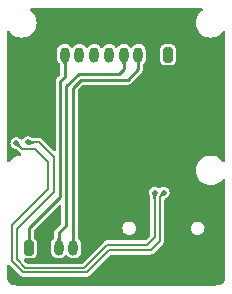
<source format=gbr>
%TF.GenerationSoftware,KiCad,Pcbnew,(6.0.0)*%
%TF.CreationDate,2022-02-06T18:38:23+08:00*%
%TF.ProjectId,FurutaPendulum_Power_Board,46757275-7461-4506-956e-64756c756d5f,rev?*%
%TF.SameCoordinates,Original*%
%TF.FileFunction,Copper,L4,Bot*%
%TF.FilePolarity,Positive*%
%FSLAX46Y46*%
G04 Gerber Fmt 4.6, Leading zero omitted, Abs format (unit mm)*
G04 Created by KiCad (PCBNEW (6.0.0)) date 2022-02-06 18:38:23*
%MOMM*%
%LPD*%
G01*
G04 APERTURE LIST*
G04 Aperture macros list*
%AMRoundRect*
0 Rectangle with rounded corners*
0 $1 Rounding radius*
0 $2 $3 $4 $5 $6 $7 $8 $9 X,Y pos of 4 corners*
0 Add a 4 corners polygon primitive as box body*
4,1,4,$2,$3,$4,$5,$6,$7,$8,$9,$2,$3,0*
0 Add four circle primitives for the rounded corners*
1,1,$1+$1,$2,$3*
1,1,$1+$1,$4,$5*
1,1,$1+$1,$6,$7*
1,1,$1+$1,$8,$9*
0 Add four rect primitives between the rounded corners*
20,1,$1+$1,$2,$3,$4,$5,0*
20,1,$1+$1,$4,$5,$6,$7,0*
20,1,$1+$1,$6,$7,$8,$9,0*
20,1,$1+$1,$8,$9,$2,$3,0*%
G04 Aperture macros list end*
%TA.AperFunction,ComponentPad*%
%ADD10RoundRect,0.200000X0.200000X0.450000X-0.200000X0.450000X-0.200000X-0.450000X0.200000X-0.450000X0*%
%TD*%
%TA.AperFunction,ComponentPad*%
%ADD11O,0.800000X1.300000*%
%TD*%
%TA.AperFunction,ComponentPad*%
%ADD12RoundRect,0.200000X-0.200000X-0.450000X0.200000X-0.450000X0.200000X0.450000X-0.200000X0.450000X0*%
%TD*%
%TA.AperFunction,ComponentPad*%
%ADD13O,1.000000X2.100000*%
%TD*%
%TA.AperFunction,ComponentPad*%
%ADD14O,1.000000X1.600000*%
%TD*%
%TA.AperFunction,ViaPad*%
%ADD15C,0.500000*%
%TD*%
%TA.AperFunction,Conductor*%
%ADD16C,0.200000*%
%TD*%
%TA.AperFunction,Conductor*%
%ADD17C,0.250000*%
%TD*%
G04 APERTURE END LIST*
D10*
%TO.P,J2,1,Pin_1*%
%TO.N,+12V*%
X104375000Y-97200000D03*
D11*
%TO.P,J2,2,Pin_2*%
%TO.N,GND*%
X103125000Y-97200000D03*
%TO.P,J2,3,Pin_3*%
%TO.N,SWDIO*%
X101875000Y-97200000D03*
%TO.P,J2,4,Pin_4*%
%TO.N,SWCLK*%
X100625000Y-97200000D03*
%TO.P,J2,5,Pin_5*%
%TO.N,USART_TX*%
X99375000Y-97200000D03*
%TO.P,J2,6,Pin_6*%
%TO.N,USART_RX*%
X98125000Y-97200000D03*
%TO.P,J2,7,Pin_7*%
%TO.N,Button*%
X96875000Y-97200000D03*
%TO.P,J2,8,Pin_8*%
%TO.N,+3V3*%
X95625000Y-97200000D03*
%TD*%
D12*
%TO.P,J3,1,Pin_1*%
%TO.N,+3V3*%
X92625000Y-113550000D03*
D11*
%TO.P,J3,2,Pin_2*%
%TO.N,GND*%
X93875000Y-113550000D03*
%TO.P,J3,3,Pin_3*%
%TO.N,SWCLK*%
X95125000Y-113550000D03*
%TO.P,J3,4,Pin_4*%
%TO.N,SWDIO*%
X96375000Y-113550000D03*
%TD*%
D13*
%TO.P,J1,S1,SHIELD*%
%TO.N,GND*%
X108320000Y-111370000D03*
D14*
X99680000Y-115550000D03*
X108320000Y-115550000D03*
D13*
X99680000Y-111370000D03*
%TD*%
D15*
%TO.N,D+*%
X104010000Y-108890000D03*
X91540000Y-104690000D03*
%TO.N,D-*%
X92530000Y-104630011D03*
X103250741Y-108894086D03*
%TO.N,GND*%
X93720000Y-97370000D03*
X104725000Y-105125000D03*
X98400000Y-110350000D03*
X98400000Y-111225000D03*
X97650000Y-111225000D03*
X97650000Y-110350000D03*
X92520000Y-101850000D03*
X100975000Y-104200000D03*
X99725000Y-104200000D03*
X107250000Y-102610000D03*
%TD*%
D16*
%TO.N,D+*%
X91540000Y-104690000D02*
X92029511Y-105179511D01*
X103720000Y-109180000D02*
X104010000Y-108890000D01*
X102920000Y-113770000D02*
X103720000Y-112970000D01*
X93129511Y-105179511D02*
X94230000Y-106280000D01*
X91160480Y-114690480D02*
X92110000Y-115640000D01*
X99400000Y-113770000D02*
X102920000Y-113770000D01*
X91160480Y-111609520D02*
X91160480Y-114690480D01*
X94230000Y-106280000D02*
X94230000Y-108540000D01*
X92110000Y-115640000D02*
X97530000Y-115640000D01*
X103720000Y-112970000D02*
X103720000Y-109180000D01*
X97530000Y-115640000D02*
X99400000Y-113770000D01*
X94230000Y-108540000D02*
X91160480Y-111609520D01*
X92029511Y-105179511D02*
X93129511Y-105179511D01*
%TO.N,D-*%
X103250000Y-108894827D02*
X103250741Y-108894086D01*
X102600000Y-113280000D02*
X103250000Y-112630000D01*
X92530000Y-104630011D02*
X93490011Y-104630011D01*
X91560000Y-114520000D02*
X92280480Y-115240480D01*
X93490011Y-104630011D02*
X94700480Y-105840480D01*
X94700480Y-108859520D02*
X91560000Y-112000000D01*
X97259520Y-115240480D02*
X99220000Y-113280000D01*
X94700480Y-105840480D02*
X94700480Y-108859520D01*
X99220000Y-113280000D02*
X102600000Y-113280000D01*
X91560000Y-112000000D02*
X91560000Y-114520000D01*
X92280480Y-115240480D02*
X97259520Y-115240480D01*
X103250000Y-112630000D02*
X103250000Y-108894827D01*
D17*
%TO.N,+3V3*%
X95625000Y-97200000D02*
X95625000Y-99065000D01*
X92625000Y-111885000D02*
X92625000Y-113550000D01*
X95280000Y-109230000D02*
X92625000Y-111885000D01*
X95625000Y-99065000D02*
X95280000Y-99410000D01*
X95280000Y-99410000D02*
X95280000Y-109230000D01*
%TO.N,SWCLK*%
X100625000Y-98385000D02*
X100625000Y-97200000D01*
X95125000Y-112265000D02*
X95740000Y-111650000D01*
X100210000Y-98800000D02*
X100625000Y-98385000D01*
X95740000Y-111650000D02*
X95740000Y-99880000D01*
X96820000Y-98800000D02*
X100210000Y-98800000D01*
X95740000Y-99880000D02*
X96820000Y-98800000D01*
X95125000Y-113550000D02*
X95125000Y-112265000D01*
%TO.N,SWDIO*%
X101875000Y-98455000D02*
X101875000Y-97200000D01*
X96375000Y-113550000D02*
X96375000Y-100005000D01*
X100970000Y-99360000D02*
X101875000Y-98455000D01*
X96375000Y-100005000D02*
X97020000Y-99360000D01*
X97020000Y-99360000D02*
X100970000Y-99360000D01*
%TD*%
%TA.AperFunction,Conductor*%
%TO.N,SWDIO*%
G36*
X96496988Y-112763427D02*
G01*
X96500407Y-112771278D01*
X96503266Y-112850461D01*
X96512658Y-112926222D01*
X96527564Y-112990389D01*
X96547374Y-113046064D01*
X96571476Y-113096352D01*
X96599261Y-113144359D01*
X96599304Y-113144427D01*
X96599310Y-113144437D01*
X96630116Y-113193187D01*
X96630118Y-113193190D01*
X96663320Y-113245763D01*
X96663513Y-113246078D01*
X96698443Y-113305465D01*
X96698736Y-113305994D01*
X96731119Y-113368191D01*
X96731900Y-113377112D01*
X96729175Y-113381702D01*
X96383433Y-113741231D01*
X96375229Y-113744819D01*
X96366567Y-113741231D01*
X96020826Y-113381703D01*
X96017561Y-113373364D01*
X96018881Y-113368190D01*
X96051263Y-113305994D01*
X96051556Y-113305465D01*
X96086486Y-113246078D01*
X96086679Y-113245763D01*
X96119881Y-113193190D01*
X96119884Y-113193188D01*
X96119883Y-113193187D01*
X96150689Y-113144437D01*
X96150695Y-113144427D01*
X96150738Y-113144359D01*
X96178523Y-113096352D01*
X96202625Y-113046064D01*
X96222435Y-112990389D01*
X96237341Y-112926222D01*
X96246733Y-112850461D01*
X96249593Y-112771278D01*
X96253316Y-112763134D01*
X96261285Y-112760000D01*
X96488715Y-112760000D01*
X96496988Y-112763427D01*
G37*
%TD.AperFunction*%
%TD*%
%TA.AperFunction,Conductor*%
%TO.N,D-*%
G36*
X92646384Y-104408770D02*
G01*
X92680633Y-104426139D01*
X92680894Y-104426276D01*
X92717095Y-104445978D01*
X92749695Y-104464129D01*
X92780311Y-104480474D01*
X92810688Y-104494822D01*
X92842569Y-104506986D01*
X92860610Y-104512014D01*
X92877434Y-104516703D01*
X92877440Y-104516704D01*
X92877697Y-104516776D01*
X92917815Y-104524002D01*
X92944500Y-104526551D01*
X92964488Y-104528460D01*
X92964494Y-104528460D01*
X92964668Y-104528477D01*
X92964837Y-104528482D01*
X92964842Y-104528482D01*
X93008624Y-104529696D01*
X93016799Y-104533351D01*
X93020000Y-104541392D01*
X93020000Y-104718630D01*
X93016573Y-104726903D01*
X93008624Y-104730326D01*
X92964842Y-104731539D01*
X92964837Y-104731539D01*
X92964668Y-104731544D01*
X92964494Y-104731561D01*
X92964488Y-104731561D01*
X92944500Y-104733470D01*
X92917815Y-104736019D01*
X92877697Y-104743245D01*
X92877440Y-104743317D01*
X92877434Y-104743318D01*
X92860610Y-104748007D01*
X92842569Y-104753035D01*
X92810688Y-104765199D01*
X92780311Y-104779547D01*
X92749695Y-104795892D01*
X92717095Y-104814043D01*
X92680894Y-104833745D01*
X92680633Y-104833882D01*
X92663960Y-104842338D01*
X92646383Y-104851252D01*
X92637454Y-104851937D01*
X92632981Y-104849250D01*
X92616929Y-104833813D01*
X92413769Y-104638444D01*
X92410181Y-104630240D01*
X92413769Y-104621578D01*
X92632982Y-104410772D01*
X92641321Y-104407507D01*
X92646384Y-104408770D01*
G37*
%TD.AperFunction*%
%TD*%
%TA.AperFunction,Conductor*%
%TO.N,GND*%
G36*
X107261690Y-93274002D02*
G01*
X107308183Y-93327658D01*
X107318287Y-93397932D01*
X107288793Y-93462512D01*
X107265840Y-93483213D01*
X107195376Y-93532552D01*
X107195373Y-93532554D01*
X107190865Y-93535711D01*
X107035711Y-93690865D01*
X107032554Y-93695373D01*
X107032552Y-93695376D01*
X106938638Y-93829500D01*
X106909856Y-93870605D01*
X106907533Y-93875587D01*
X106907530Y-93875592D01*
X106819447Y-94064486D01*
X106817124Y-94069468D01*
X106760334Y-94281413D01*
X106742121Y-94489584D01*
X106741210Y-94500000D01*
X106760334Y-94718587D01*
X106817124Y-94930532D01*
X106819446Y-94935512D01*
X106819447Y-94935514D01*
X106907530Y-95124408D01*
X106907533Y-95124413D01*
X106909856Y-95129395D01*
X106913012Y-95133902D01*
X106913013Y-95133904D01*
X106991389Y-95245836D01*
X107035711Y-95309135D01*
X107190865Y-95464289D01*
X107195373Y-95467446D01*
X107195376Y-95467448D01*
X107366096Y-95586987D01*
X107370605Y-95590144D01*
X107375587Y-95592467D01*
X107375592Y-95592470D01*
X107564486Y-95680553D01*
X107569468Y-95682876D01*
X107574776Y-95684298D01*
X107574778Y-95684299D01*
X107776098Y-95738242D01*
X107776100Y-95738242D01*
X107781413Y-95739666D01*
X108000000Y-95758790D01*
X108218587Y-95739666D01*
X108223900Y-95738242D01*
X108223902Y-95738242D01*
X108425222Y-95684299D01*
X108425224Y-95684298D01*
X108430532Y-95682876D01*
X108435514Y-95680553D01*
X108624408Y-95592470D01*
X108624413Y-95592467D01*
X108629395Y-95590144D01*
X108633904Y-95586987D01*
X108804624Y-95467448D01*
X108804627Y-95467446D01*
X108809135Y-95464289D01*
X108964289Y-95309135D01*
X109016787Y-95234160D01*
X109072244Y-95189832D01*
X109142863Y-95182523D01*
X109206224Y-95214554D01*
X109242209Y-95275755D01*
X109246000Y-95306431D01*
X109246000Y-106193569D01*
X109225998Y-106261690D01*
X109172342Y-106308183D01*
X109102068Y-106318287D01*
X109037488Y-106288793D01*
X109016787Y-106265840D01*
X108967448Y-106195376D01*
X108967446Y-106195373D01*
X108964289Y-106190865D01*
X108809135Y-106035711D01*
X108804627Y-106032554D01*
X108804624Y-106032552D01*
X108633904Y-105913013D01*
X108633902Y-105913012D01*
X108629395Y-105909856D01*
X108624413Y-105907533D01*
X108624408Y-105907530D01*
X108435514Y-105819447D01*
X108435512Y-105819446D01*
X108430532Y-105817124D01*
X108425224Y-105815702D01*
X108425222Y-105815701D01*
X108223902Y-105761758D01*
X108223900Y-105761758D01*
X108218587Y-105760334D01*
X108000000Y-105741210D01*
X107781413Y-105760334D01*
X107776100Y-105761758D01*
X107776098Y-105761758D01*
X107574778Y-105815701D01*
X107574776Y-105815702D01*
X107569468Y-105817124D01*
X107564488Y-105819446D01*
X107564486Y-105819447D01*
X107375592Y-105907530D01*
X107375587Y-105907533D01*
X107370605Y-105909856D01*
X107366098Y-105913012D01*
X107366096Y-105913013D01*
X107195376Y-106032552D01*
X107195373Y-106032554D01*
X107190865Y-106035711D01*
X107035711Y-106190865D01*
X107032554Y-106195373D01*
X107032552Y-106195376D01*
X106938638Y-106329500D01*
X106909856Y-106370605D01*
X106907533Y-106375587D01*
X106907530Y-106375592D01*
X106819447Y-106564486D01*
X106817124Y-106569468D01*
X106760334Y-106781413D01*
X106742121Y-106989584D01*
X106741210Y-107000000D01*
X106760334Y-107218587D01*
X106817124Y-107430532D01*
X106819446Y-107435512D01*
X106819447Y-107435514D01*
X106907530Y-107624408D01*
X106907533Y-107624413D01*
X106909856Y-107629395D01*
X106913012Y-107633902D01*
X106913013Y-107633904D01*
X106991389Y-107745836D01*
X107035711Y-107809135D01*
X107190865Y-107964289D01*
X107195373Y-107967446D01*
X107195376Y-107967448D01*
X107366096Y-108086987D01*
X107370605Y-108090144D01*
X107375587Y-108092467D01*
X107375592Y-108092470D01*
X107564486Y-108180553D01*
X107569468Y-108182876D01*
X107574776Y-108184298D01*
X107574778Y-108184299D01*
X107776098Y-108238242D01*
X107776100Y-108238242D01*
X107781413Y-108239666D01*
X108000000Y-108258790D01*
X108218587Y-108239666D01*
X108223900Y-108238242D01*
X108223902Y-108238242D01*
X108425222Y-108184299D01*
X108425224Y-108184298D01*
X108430532Y-108182876D01*
X108435514Y-108180553D01*
X108624408Y-108092470D01*
X108624413Y-108092467D01*
X108629395Y-108090144D01*
X108633904Y-108086987D01*
X108804624Y-107967448D01*
X108804627Y-107967446D01*
X108809135Y-107964289D01*
X108964289Y-107809135D01*
X109016787Y-107734160D01*
X109072244Y-107689832D01*
X109142863Y-107682523D01*
X109206224Y-107714554D01*
X109242209Y-107775755D01*
X109246000Y-107806431D01*
X109246000Y-115962575D01*
X109243579Y-115987153D01*
X109241024Y-116000000D01*
X109243445Y-116012172D01*
X109243445Y-116019754D01*
X109242838Y-116032104D01*
X109232882Y-116133188D01*
X109228065Y-116157408D01*
X109192813Y-116273617D01*
X109183369Y-116296418D01*
X109126124Y-116403517D01*
X109112406Y-116424047D01*
X109035374Y-116517909D01*
X109017909Y-116535374D01*
X108924047Y-116612406D01*
X108903517Y-116626124D01*
X108796418Y-116683369D01*
X108773617Y-116692813D01*
X108657408Y-116728065D01*
X108633188Y-116732882D01*
X108532104Y-116742838D01*
X108519754Y-116743445D01*
X108512172Y-116743445D01*
X108500000Y-116741024D01*
X108487153Y-116743579D01*
X108462575Y-116746000D01*
X91537425Y-116746000D01*
X91512847Y-116743579D01*
X91500000Y-116741024D01*
X91487828Y-116743445D01*
X91480246Y-116743445D01*
X91467896Y-116742838D01*
X91366812Y-116732882D01*
X91342592Y-116728065D01*
X91226383Y-116692813D01*
X91203582Y-116683369D01*
X91096483Y-116626124D01*
X91075953Y-116612406D01*
X90982091Y-116535374D01*
X90964626Y-116517909D01*
X90887594Y-116424047D01*
X90873876Y-116403517D01*
X90816631Y-116296418D01*
X90807187Y-116273617D01*
X90771935Y-116157408D01*
X90767118Y-116133188D01*
X90757162Y-116032104D01*
X90756555Y-116019754D01*
X90756555Y-116012172D01*
X90758976Y-116000000D01*
X90756421Y-115987153D01*
X90754000Y-115962575D01*
X90754000Y-115089530D01*
X90774002Y-115021409D01*
X90827658Y-114974916D01*
X90897932Y-114964812D01*
X90962512Y-114994306D01*
X90969095Y-115000434D01*
X91823084Y-115854422D01*
X91835586Y-115869902D01*
X91838525Y-115873132D01*
X91844175Y-115881882D01*
X91868438Y-115901009D01*
X91872433Y-115904559D01*
X91872517Y-115904460D01*
X91876480Y-115907818D01*
X91880156Y-115911494D01*
X91884385Y-115914517D01*
X91884386Y-115914517D01*
X91894652Y-115921854D01*
X91899395Y-115925415D01*
X91928675Y-115948497D01*
X91928679Y-115948499D01*
X91936857Y-115954946D01*
X91944925Y-115957779D01*
X91951885Y-115962753D01*
X91961863Y-115965737D01*
X91997586Y-115976420D01*
X92003235Y-115978256D01*
X92048208Y-115994050D01*
X92053404Y-115994500D01*
X92056109Y-115994500D01*
X92058365Y-115994597D01*
X92058841Y-115994740D01*
X92058839Y-115994786D01*
X92059038Y-115994799D01*
X92064955Y-115996568D01*
X92115124Y-115994597D01*
X92120070Y-115994500D01*
X97478743Y-115994500D01*
X97498537Y-115996606D01*
X97502890Y-115996811D01*
X97513070Y-115999003D01*
X97543740Y-115995373D01*
X97549083Y-115995058D01*
X97549072Y-115994928D01*
X97554252Y-115994500D01*
X97559451Y-115994500D01*
X97564575Y-115993647D01*
X97564588Y-115993646D01*
X97577041Y-115991573D01*
X97582916Y-115990736D01*
X97619929Y-115986355D01*
X97630270Y-115985131D01*
X97637978Y-115981430D01*
X97646417Y-115980025D01*
X97688401Y-115957371D01*
X97693664Y-115954690D01*
X97706561Y-115948497D01*
X97736658Y-115934045D01*
X97740650Y-115930689D01*
X97742597Y-115928742D01*
X97744222Y-115927252D01*
X97744654Y-115927019D01*
X97744687Y-115927055D01*
X97744845Y-115926916D01*
X97750280Y-115923983D01*
X97768236Y-115904559D01*
X97784357Y-115887119D01*
X97787786Y-115883553D01*
X99509934Y-114161405D01*
X99572246Y-114127379D01*
X99599029Y-114124500D01*
X102868743Y-114124500D01*
X102888537Y-114126606D01*
X102892890Y-114126811D01*
X102903070Y-114129003D01*
X102933740Y-114125373D01*
X102939083Y-114125058D01*
X102939072Y-114124928D01*
X102944252Y-114124500D01*
X102949451Y-114124500D01*
X102954575Y-114123647D01*
X102954588Y-114123646D01*
X102967041Y-114121573D01*
X102972916Y-114120736D01*
X103009929Y-114116355D01*
X103020270Y-114115131D01*
X103027978Y-114111430D01*
X103036417Y-114110025D01*
X103078401Y-114087371D01*
X103083664Y-114084690D01*
X103096592Y-114078482D01*
X103126658Y-114064045D01*
X103130650Y-114060689D01*
X103132597Y-114058742D01*
X103134222Y-114057252D01*
X103134654Y-114057019D01*
X103134687Y-114057055D01*
X103134845Y-114056916D01*
X103140280Y-114053983D01*
X103174345Y-114017132D01*
X103177773Y-114013566D01*
X103934422Y-113256916D01*
X103949902Y-113244414D01*
X103953132Y-113241475D01*
X103961882Y-113235825D01*
X103981009Y-113211562D01*
X103984559Y-113207567D01*
X103984460Y-113207483D01*
X103987818Y-113203520D01*
X103991494Y-113199844D01*
X103994517Y-113195614D01*
X104001854Y-113185348D01*
X104005415Y-113180605D01*
X104028497Y-113151325D01*
X104028499Y-113151321D01*
X104034946Y-113143143D01*
X104037779Y-113135075D01*
X104042753Y-113128115D01*
X104056420Y-113082414D01*
X104058256Y-113076765D01*
X104068128Y-113048654D01*
X104074050Y-113031792D01*
X104074500Y-113026596D01*
X104074500Y-113023891D01*
X104074597Y-113021635D01*
X104074740Y-113021159D01*
X104074786Y-113021161D01*
X104074799Y-113020962D01*
X104076568Y-113015045D01*
X104074597Y-112964876D01*
X104074500Y-112959930D01*
X104074500Y-111900000D01*
X106305500Y-111900000D01*
X106306578Y-111908188D01*
X106322123Y-112026263D01*
X106325416Y-112051280D01*
X106383808Y-112192250D01*
X106476696Y-112313304D01*
X106597750Y-112406192D01*
X106738720Y-112464584D01*
X106746908Y-112465662D01*
X106813160Y-112474384D01*
X106852020Y-112479500D01*
X106927980Y-112479500D01*
X106966841Y-112474384D01*
X107033092Y-112465662D01*
X107041280Y-112464584D01*
X107182250Y-112406192D01*
X107303304Y-112313304D01*
X107396192Y-112192250D01*
X107454584Y-112051280D01*
X107457878Y-112026263D01*
X107473422Y-111908188D01*
X107474500Y-111900000D01*
X107454584Y-111748720D01*
X107396192Y-111607750D01*
X107303304Y-111486696D01*
X107182250Y-111393808D01*
X107041280Y-111335416D01*
X106927980Y-111320500D01*
X106852020Y-111320500D01*
X106738720Y-111335416D01*
X106597750Y-111393808D01*
X106476696Y-111486696D01*
X106383808Y-111607750D01*
X106325416Y-111748720D01*
X106305500Y-111900000D01*
X104074500Y-111900000D01*
X104074500Y-109491618D01*
X104094502Y-109423497D01*
X104148158Y-109377004D01*
X104167358Y-109370055D01*
X104203763Y-109360130D01*
X104203765Y-109360129D01*
X104212422Y-109357769D01*
X104335572Y-109282154D01*
X104343060Y-109273882D01*
X104406597Y-109203687D01*
X104432551Y-109175014D01*
X104495560Y-109044962D01*
X104519536Y-108902453D01*
X104519688Y-108890000D01*
X104499201Y-108746948D01*
X104439388Y-108615395D01*
X104433530Y-108608596D01*
X104433527Y-108608592D01*
X104350916Y-108512718D01*
X104350913Y-108512716D01*
X104345056Y-108505918D01*
X104284423Y-108466618D01*
X104231324Y-108432200D01*
X104231322Y-108432199D01*
X104223790Y-108427317D01*
X104162851Y-108409092D01*
X104093938Y-108388482D01*
X104093936Y-108388482D01*
X104085337Y-108385910D01*
X104076363Y-108385855D01*
X104076361Y-108385855D01*
X104013082Y-108385469D01*
X103940827Y-108385028D01*
X103932196Y-108387495D01*
X103932194Y-108387495D01*
X103810509Y-108422272D01*
X103810505Y-108422274D01*
X103801879Y-108424739D01*
X103794288Y-108429528D01*
X103794287Y-108429529D01*
X103693873Y-108492885D01*
X103625588Y-108512319D01*
X103558106Y-108492055D01*
X103472065Y-108436286D01*
X103472063Y-108436285D01*
X103464531Y-108431403D01*
X103434000Y-108422272D01*
X103334679Y-108392568D01*
X103334677Y-108392568D01*
X103326078Y-108389996D01*
X103317104Y-108389941D01*
X103317102Y-108389941D01*
X103253823Y-108389555D01*
X103181568Y-108389114D01*
X103172937Y-108391581D01*
X103172935Y-108391581D01*
X103051250Y-108426358D01*
X103051246Y-108426360D01*
X103042620Y-108428825D01*
X103035033Y-108433612D01*
X103035031Y-108433613D01*
X102941091Y-108492885D01*
X102920402Y-108505939D01*
X102824740Y-108614256D01*
X102820926Y-108622379D01*
X102820925Y-108622381D01*
X102791265Y-108685555D01*
X102763324Y-108745068D01*
X102761944Y-108753932D01*
X102761943Y-108753935D01*
X102761648Y-108755835D01*
X102741091Y-108887859D01*
X102742255Y-108896761D01*
X102742255Y-108896764D01*
X102742999Y-108902453D01*
X102759829Y-109031151D01*
X102818030Y-109163425D01*
X102823807Y-109170298D01*
X102828549Y-109177916D01*
X102828520Y-109177934D01*
X102835718Y-109188521D01*
X102842741Y-109201527D01*
X102842742Y-109201529D01*
X102843921Y-109203687D01*
X102860420Y-109233545D01*
X102861445Y-109235439D01*
X102871851Y-109255076D01*
X102874592Y-109260569D01*
X102878792Y-109269524D01*
X102882540Y-109278380D01*
X102883325Y-109280450D01*
X102886924Y-109291453D01*
X102887291Y-109292778D01*
X102889892Y-109304213D01*
X102891220Y-109311633D01*
X102892627Y-109321927D01*
X102894402Y-109340630D01*
X102894918Y-109349063D01*
X102895452Y-109368443D01*
X102895500Y-109371914D01*
X102895500Y-112430970D01*
X102875498Y-112499091D01*
X102858596Y-112520065D01*
X102490067Y-112888595D01*
X102427754Y-112922620D01*
X102400971Y-112925500D01*
X99271257Y-112925500D01*
X99251463Y-112923394D01*
X99247110Y-112923189D01*
X99236930Y-112920997D01*
X99206260Y-112924627D01*
X99200917Y-112924942D01*
X99200928Y-112925072D01*
X99195748Y-112925500D01*
X99190549Y-112925500D01*
X99185425Y-112926353D01*
X99185412Y-112926354D01*
X99172959Y-112928427D01*
X99167084Y-112929264D01*
X99130071Y-112933645D01*
X99119730Y-112934869D01*
X99112022Y-112938570D01*
X99103583Y-112939975D01*
X99094413Y-112944923D01*
X99061619Y-112962618D01*
X99056328Y-112965314D01*
X99020489Y-112982523D01*
X99020482Y-112982527D01*
X99013342Y-112985956D01*
X99009350Y-112989312D01*
X99007403Y-112991259D01*
X99005781Y-112992747D01*
X99005345Y-112992982D01*
X99005313Y-112992946D01*
X99005158Y-112993083D01*
X98999720Y-112996017D01*
X98992650Y-113003665D01*
X98992649Y-113003666D01*
X98965631Y-113032894D01*
X98962202Y-113036460D01*
X97149587Y-114849075D01*
X97087275Y-114883101D01*
X97060492Y-114885980D01*
X92479510Y-114885980D01*
X92411389Y-114865978D01*
X92390415Y-114849075D01*
X92196902Y-114655562D01*
X92162876Y-114593250D01*
X92167941Y-114522435D01*
X92210488Y-114465599D01*
X92277008Y-114440788D01*
X92327746Y-114447585D01*
X92338873Y-114451493D01*
X92346515Y-114452215D01*
X92346518Y-114452216D01*
X92361421Y-114453624D01*
X92370685Y-114454500D01*
X92624828Y-114454500D01*
X92879314Y-114454499D01*
X92882262Y-114454220D01*
X92882271Y-114454220D01*
X92903478Y-114452216D01*
X92903480Y-114452216D01*
X92911127Y-114451493D01*
X92922253Y-114447586D01*
X92941610Y-114440788D01*
X93040076Y-114406209D01*
X93150010Y-114325010D01*
X93231209Y-114215076D01*
X93276493Y-114086127D01*
X93279500Y-114054315D01*
X93279499Y-113045686D01*
X93278628Y-113036460D01*
X93277216Y-113021522D01*
X93277216Y-113021520D01*
X93276493Y-113013873D01*
X93231209Y-112884924D01*
X93150010Y-112774990D01*
X93142439Y-112769398D01*
X93142436Y-112769395D01*
X93055641Y-112705287D01*
X93012730Y-112648726D01*
X93004500Y-112603936D01*
X93004500Y-112094384D01*
X93024502Y-112026263D01*
X93041405Y-112005289D01*
X95145405Y-109901289D01*
X95207717Y-109867263D01*
X95278532Y-109872328D01*
X95335368Y-109914875D01*
X95360179Y-109981395D01*
X95360500Y-109990384D01*
X95360500Y-111440616D01*
X95340498Y-111508737D01*
X95323595Y-111529711D01*
X94894784Y-111958522D01*
X94876036Y-111973664D01*
X94874811Y-111974779D01*
X94866060Y-111980429D01*
X94859613Y-111988607D01*
X94859611Y-111988609D01*
X94845271Y-112006800D01*
X94841325Y-112011241D01*
X94841398Y-112011303D01*
X94838039Y-112015267D01*
X94834362Y-112018944D01*
X94823108Y-112034692D01*
X94819602Y-112039362D01*
X94787844Y-112079647D01*
X94784812Y-112088281D01*
X94779486Y-112095734D01*
X94776501Y-112105715D01*
X94764799Y-112144844D01*
X94762964Y-112150492D01*
X94745982Y-112198851D01*
X94745500Y-112204416D01*
X94745500Y-112207124D01*
X94745386Y-112209758D01*
X94745357Y-112209856D01*
X94745193Y-112209849D01*
X94745149Y-112210553D01*
X94743287Y-112216778D01*
X94743696Y-112227183D01*
X94745403Y-112270635D01*
X94745500Y-112275582D01*
X94745500Y-112699763D01*
X94725498Y-112767884D01*
X94704434Y-112791639D01*
X94704490Y-112791691D01*
X94591290Y-112912237D01*
X94511625Y-113057147D01*
X94470500Y-113217317D01*
X94470500Y-113841178D01*
X94486024Y-113964061D01*
X94546899Y-114117814D01*
X94551557Y-114124225D01*
X94551558Y-114124227D01*
X94592698Y-114180851D01*
X94644098Y-114251597D01*
X94771514Y-114357005D01*
X94921141Y-114427414D01*
X94991251Y-114440788D01*
X95075791Y-114456915D01*
X95075793Y-114456915D01*
X95083577Y-114458400D01*
X95248616Y-114448017D01*
X95322415Y-114424038D01*
X95398351Y-114399365D01*
X95398354Y-114399364D01*
X95405887Y-114396916D01*
X95412577Y-114392670D01*
X95412580Y-114392669D01*
X95482636Y-114348210D01*
X95545510Y-114308309D01*
X95658710Y-114187763D01*
X95660569Y-114189508D01*
X95706891Y-114153791D01*
X95777627Y-114147717D01*
X95840418Y-114180851D01*
X95854537Y-114197146D01*
X95894098Y-114251597D01*
X96021514Y-114357005D01*
X96171141Y-114427414D01*
X96241251Y-114440788D01*
X96325791Y-114456915D01*
X96325793Y-114456915D01*
X96333577Y-114458400D01*
X96498616Y-114448017D01*
X96572415Y-114424038D01*
X96648351Y-114399365D01*
X96648354Y-114399364D01*
X96655887Y-114396916D01*
X96662577Y-114392670D01*
X96662580Y-114392669D01*
X96732636Y-114348210D01*
X96795510Y-114308309D01*
X96908710Y-114187763D01*
X96988375Y-114042853D01*
X97029500Y-113882683D01*
X97029500Y-113258822D01*
X97013976Y-113135939D01*
X97010022Y-113125951D01*
X96978242Y-113045685D01*
X96953101Y-112982186D01*
X96907325Y-112919180D01*
X96860562Y-112854817D01*
X96855902Y-112848403D01*
X96800185Y-112802310D01*
X96760446Y-112743476D01*
X96754500Y-112705225D01*
X96754500Y-111900000D01*
X100525500Y-111900000D01*
X100526578Y-111908188D01*
X100542123Y-112026263D01*
X100545416Y-112051280D01*
X100603808Y-112192250D01*
X100696696Y-112313304D01*
X100817750Y-112406192D01*
X100958720Y-112464584D01*
X100966908Y-112465662D01*
X101033160Y-112474384D01*
X101072020Y-112479500D01*
X101147980Y-112479500D01*
X101186841Y-112474384D01*
X101253092Y-112465662D01*
X101261280Y-112464584D01*
X101402250Y-112406192D01*
X101523304Y-112313304D01*
X101616192Y-112192250D01*
X101674584Y-112051280D01*
X101677878Y-112026263D01*
X101693422Y-111908188D01*
X101694500Y-111900000D01*
X101674584Y-111748720D01*
X101616192Y-111607750D01*
X101523304Y-111486696D01*
X101402250Y-111393808D01*
X101261280Y-111335416D01*
X101147980Y-111320500D01*
X101072020Y-111320500D01*
X100958720Y-111335416D01*
X100817750Y-111393808D01*
X100696696Y-111486696D01*
X100603808Y-111607750D01*
X100545416Y-111748720D01*
X100525500Y-111900000D01*
X96754500Y-111900000D01*
X96754500Y-100214384D01*
X96774502Y-100146263D01*
X96791405Y-100125289D01*
X97140289Y-99776405D01*
X97202601Y-99742379D01*
X97229384Y-99739500D01*
X100916080Y-99739500D01*
X100940028Y-99742049D01*
X100941693Y-99742128D01*
X100951876Y-99744320D01*
X100962217Y-99743096D01*
X100985223Y-99740373D01*
X100991154Y-99740023D01*
X100991146Y-99739928D01*
X100996324Y-99739500D01*
X101001524Y-99739500D01*
X101006653Y-99738646D01*
X101006656Y-99738646D01*
X101020565Y-99736331D01*
X101026443Y-99735494D01*
X101067001Y-99730694D01*
X101067002Y-99730694D01*
X101077341Y-99729470D01*
X101085593Y-99725507D01*
X101094626Y-99724004D01*
X101103795Y-99719057D01*
X101103797Y-99719056D01*
X101139732Y-99699666D01*
X101145025Y-99696969D01*
X101184082Y-99678215D01*
X101184086Y-99678212D01*
X101191232Y-99674781D01*
X101195508Y-99671186D01*
X101197431Y-99669263D01*
X101199363Y-99667491D01*
X101199442Y-99667448D01*
X101199555Y-99667572D01*
X101200095Y-99667096D01*
X101205814Y-99664010D01*
X101242417Y-99624413D01*
X101245846Y-99620848D01*
X102105216Y-98761478D01*
X102123964Y-98746336D01*
X102125189Y-98745221D01*
X102133940Y-98739571D01*
X102140387Y-98731393D01*
X102140389Y-98731391D01*
X102154729Y-98713200D01*
X102158678Y-98708756D01*
X102158604Y-98708694D01*
X102161957Y-98704737D01*
X102165638Y-98701056D01*
X102176865Y-98685346D01*
X102180421Y-98680609D01*
X102189123Y-98669571D01*
X102212156Y-98640353D01*
X102215189Y-98631716D01*
X102220513Y-98624266D01*
X102223903Y-98612933D01*
X102235199Y-98575160D01*
X102237034Y-98569514D01*
X102251390Y-98528633D01*
X102251390Y-98528632D01*
X102254018Y-98521149D01*
X102254500Y-98515584D01*
X102254500Y-98512876D01*
X102254614Y-98510242D01*
X102254643Y-98510144D01*
X102254807Y-98510151D01*
X102254851Y-98509447D01*
X102256713Y-98503222D01*
X102254597Y-98449365D01*
X102254500Y-98444418D01*
X102254500Y-98050237D01*
X102274502Y-97982116D01*
X102295566Y-97958361D01*
X102295510Y-97958309D01*
X102297343Y-97956357D01*
X102408710Y-97837763D01*
X102488375Y-97692853D01*
X102529500Y-97532683D01*
X102529500Y-96908822D01*
X102513976Y-96785939D01*
X102478242Y-96695685D01*
X103720500Y-96695685D01*
X103720501Y-97704314D01*
X103723507Y-97736127D01*
X103768791Y-97865076D01*
X103849990Y-97975010D01*
X103959924Y-98056209D01*
X104088873Y-98101493D01*
X104096515Y-98102215D01*
X104096518Y-98102216D01*
X104111421Y-98103624D01*
X104120685Y-98104500D01*
X104374828Y-98104500D01*
X104629314Y-98104499D01*
X104632262Y-98104220D01*
X104632271Y-98104220D01*
X104653478Y-98102216D01*
X104653480Y-98102216D01*
X104661127Y-98101493D01*
X104790076Y-98056209D01*
X104900010Y-97975010D01*
X104981209Y-97865076D01*
X105026493Y-97736127D01*
X105029500Y-97704315D01*
X105029499Y-96695686D01*
X105026493Y-96663873D01*
X104981209Y-96534924D01*
X104900010Y-96424990D01*
X104790076Y-96343791D01*
X104661127Y-96298507D01*
X104653485Y-96297785D01*
X104653482Y-96297784D01*
X104638579Y-96296376D01*
X104629315Y-96295500D01*
X104375172Y-96295500D01*
X104120686Y-96295501D01*
X104117738Y-96295780D01*
X104117729Y-96295780D01*
X104096522Y-96297784D01*
X104096520Y-96297784D01*
X104088873Y-96298507D01*
X103959924Y-96343791D01*
X103849990Y-96424990D01*
X103768791Y-96534924D01*
X103723507Y-96663873D01*
X103720500Y-96695685D01*
X102478242Y-96695685D01*
X102453101Y-96632186D01*
X102407325Y-96569180D01*
X102395463Y-96552854D01*
X102355902Y-96498403D01*
X102228486Y-96392995D01*
X102078859Y-96322586D01*
X101965973Y-96301052D01*
X101924209Y-96293085D01*
X101924207Y-96293085D01*
X101916423Y-96291600D01*
X101751384Y-96301983D01*
X101743840Y-96304434D01*
X101743841Y-96304434D01*
X101601649Y-96350635D01*
X101601646Y-96350636D01*
X101594113Y-96353084D01*
X101587423Y-96357330D01*
X101587420Y-96357331D01*
X101531223Y-96392995D01*
X101454490Y-96441691D01*
X101341290Y-96562237D01*
X101339431Y-96560492D01*
X101293109Y-96596209D01*
X101222373Y-96602283D01*
X101159582Y-96569149D01*
X101145463Y-96552854D01*
X101110561Y-96504816D01*
X101105902Y-96498403D01*
X100978486Y-96392995D01*
X100828859Y-96322586D01*
X100715973Y-96301052D01*
X100674209Y-96293085D01*
X100674207Y-96293085D01*
X100666423Y-96291600D01*
X100501384Y-96301983D01*
X100493840Y-96304434D01*
X100493841Y-96304434D01*
X100351649Y-96350635D01*
X100351646Y-96350636D01*
X100344113Y-96353084D01*
X100337423Y-96357330D01*
X100337420Y-96357331D01*
X100281223Y-96392995D01*
X100204490Y-96441691D01*
X100091290Y-96562237D01*
X100089431Y-96560492D01*
X100043109Y-96596209D01*
X99972373Y-96602283D01*
X99909582Y-96569149D01*
X99895463Y-96552854D01*
X99860561Y-96504816D01*
X99855902Y-96498403D01*
X99728486Y-96392995D01*
X99578859Y-96322586D01*
X99465973Y-96301052D01*
X99424209Y-96293085D01*
X99424207Y-96293085D01*
X99416423Y-96291600D01*
X99251384Y-96301983D01*
X99243840Y-96304434D01*
X99243841Y-96304434D01*
X99101649Y-96350635D01*
X99101646Y-96350636D01*
X99094113Y-96353084D01*
X99087423Y-96357330D01*
X99087420Y-96357331D01*
X99031223Y-96392995D01*
X98954490Y-96441691D01*
X98841290Y-96562237D01*
X98839431Y-96560492D01*
X98793109Y-96596209D01*
X98722373Y-96602283D01*
X98659582Y-96569149D01*
X98645463Y-96552854D01*
X98610561Y-96504816D01*
X98605902Y-96498403D01*
X98478486Y-96392995D01*
X98328859Y-96322586D01*
X98215973Y-96301052D01*
X98174209Y-96293085D01*
X98174207Y-96293085D01*
X98166423Y-96291600D01*
X98001384Y-96301983D01*
X97993840Y-96304434D01*
X97993841Y-96304434D01*
X97851649Y-96350635D01*
X97851646Y-96350636D01*
X97844113Y-96353084D01*
X97837423Y-96357330D01*
X97837420Y-96357331D01*
X97781223Y-96392995D01*
X97704490Y-96441691D01*
X97591290Y-96562237D01*
X97589431Y-96560492D01*
X97543109Y-96596209D01*
X97472373Y-96602283D01*
X97409582Y-96569149D01*
X97395463Y-96552854D01*
X97360561Y-96504816D01*
X97355902Y-96498403D01*
X97228486Y-96392995D01*
X97078859Y-96322586D01*
X96965973Y-96301052D01*
X96924209Y-96293085D01*
X96924207Y-96293085D01*
X96916423Y-96291600D01*
X96751384Y-96301983D01*
X96743840Y-96304434D01*
X96743841Y-96304434D01*
X96601649Y-96350635D01*
X96601646Y-96350636D01*
X96594113Y-96353084D01*
X96587423Y-96357330D01*
X96587420Y-96357331D01*
X96531223Y-96392995D01*
X96454490Y-96441691D01*
X96341290Y-96562237D01*
X96339431Y-96560492D01*
X96293109Y-96596209D01*
X96222373Y-96602283D01*
X96159582Y-96569149D01*
X96145463Y-96552854D01*
X96110561Y-96504816D01*
X96105902Y-96498403D01*
X95978486Y-96392995D01*
X95828859Y-96322586D01*
X95715973Y-96301052D01*
X95674209Y-96293085D01*
X95674207Y-96293085D01*
X95666423Y-96291600D01*
X95501384Y-96301983D01*
X95493840Y-96304434D01*
X95493841Y-96304434D01*
X95351649Y-96350635D01*
X95351646Y-96350636D01*
X95344113Y-96353084D01*
X95337423Y-96357330D01*
X95337420Y-96357331D01*
X95281223Y-96392995D01*
X95204490Y-96441691D01*
X95091290Y-96562237D01*
X95011625Y-96707147D01*
X94970500Y-96867317D01*
X94970500Y-97491178D01*
X94986024Y-97614061D01*
X95046899Y-97767814D01*
X95051557Y-97774225D01*
X95051558Y-97774227D01*
X95092698Y-97830851D01*
X95144098Y-97901597D01*
X95199815Y-97947690D01*
X95239554Y-98006524D01*
X95245500Y-98044775D01*
X95245500Y-98855616D01*
X95225498Y-98923737D01*
X95208595Y-98944711D01*
X95049784Y-99103522D01*
X95031036Y-99118664D01*
X95029811Y-99119779D01*
X95021060Y-99125429D01*
X95014613Y-99133607D01*
X95014611Y-99133609D01*
X95000271Y-99151800D01*
X94996325Y-99156241D01*
X94996398Y-99156303D01*
X94993039Y-99160267D01*
X94989362Y-99163944D01*
X94978108Y-99179692D01*
X94974602Y-99184362D01*
X94942844Y-99224647D01*
X94939812Y-99233281D01*
X94934486Y-99240734D01*
X94931501Y-99250715D01*
X94919799Y-99289844D01*
X94917964Y-99295492D01*
X94900982Y-99343851D01*
X94900500Y-99349416D01*
X94900500Y-99352124D01*
X94900386Y-99354758D01*
X94900357Y-99354856D01*
X94900193Y-99354849D01*
X94900149Y-99355553D01*
X94898287Y-99361778D01*
X94898696Y-99372183D01*
X94900403Y-99415634D01*
X94900500Y-99420581D01*
X94900500Y-105234971D01*
X94880498Y-105303092D01*
X94826842Y-105349585D01*
X94756568Y-105359689D01*
X94691988Y-105330195D01*
X94685417Y-105324078D01*
X93776925Y-104415587D01*
X93764423Y-104400107D01*
X93761486Y-104396880D01*
X93755836Y-104388129D01*
X93731573Y-104369002D01*
X93727578Y-104365452D01*
X93727494Y-104365551D01*
X93723531Y-104362193D01*
X93719855Y-104358517D01*
X93715625Y-104355494D01*
X93705359Y-104348157D01*
X93700616Y-104344596D01*
X93671336Y-104321514D01*
X93671332Y-104321512D01*
X93663154Y-104315065D01*
X93655086Y-104312232D01*
X93648126Y-104307258D01*
X93627317Y-104301035D01*
X93602425Y-104293591D01*
X93596776Y-104291755D01*
X93559280Y-104278587D01*
X93559281Y-104278587D01*
X93551803Y-104275961D01*
X93546607Y-104275511D01*
X93543902Y-104275511D01*
X93541646Y-104275414D01*
X93541170Y-104275271D01*
X93541172Y-104275225D01*
X93540973Y-104275212D01*
X93535056Y-104273443D01*
X93485422Y-104275393D01*
X93484887Y-104275414D01*
X93479941Y-104275511D01*
X93007217Y-104275511D01*
X93003725Y-104275463D01*
X92995140Y-104275225D01*
X92984532Y-104274931D01*
X92976044Y-104274408D01*
X92968653Y-104273702D01*
X92957661Y-104272652D01*
X92947308Y-104271227D01*
X92942392Y-104270341D01*
X92940225Y-104269951D01*
X92928784Y-104267334D01*
X92927778Y-104267054D01*
X92916661Y-104263396D01*
X92914877Y-104262715D01*
X92906011Y-104258938D01*
X92897179Y-104254766D01*
X92891728Y-104252026D01*
X92872272Y-104241639D01*
X92870358Y-104240595D01*
X92840759Y-104224114D01*
X92840491Y-104223966D01*
X92839760Y-104223564D01*
X92838514Y-104222879D01*
X92802313Y-104203177D01*
X92798945Y-104201376D01*
X92798684Y-104201239D01*
X92795517Y-104199605D01*
X92795428Y-104199559D01*
X92792586Y-104198118D01*
X92781047Y-104191477D01*
X92751325Y-104172212D01*
X92743790Y-104167328D01*
X92726921Y-104162283D01*
X92613938Y-104128493D01*
X92613936Y-104128493D01*
X92605337Y-104125921D01*
X92596363Y-104125866D01*
X92596361Y-104125866D01*
X92533082Y-104125480D01*
X92460827Y-104125039D01*
X92452196Y-104127506D01*
X92452194Y-104127506D01*
X92330509Y-104162283D01*
X92330505Y-104162285D01*
X92321879Y-104164750D01*
X92314292Y-104169537D01*
X92314290Y-104169538D01*
X92219214Y-104229527D01*
X92199661Y-104241864D01*
X92193718Y-104248593D01*
X92193717Y-104248594D01*
X92129317Y-104321514D01*
X92103999Y-104350181D01*
X92101436Y-104347917D01*
X92059906Y-104383170D01*
X91989533Y-104392559D01*
X91925256Y-104362411D01*
X91913279Y-104350278D01*
X91875056Y-104305918D01*
X91796185Y-104254796D01*
X91761324Y-104232200D01*
X91761322Y-104232199D01*
X91753790Y-104227317D01*
X91738951Y-104222879D01*
X91623938Y-104188482D01*
X91623936Y-104188482D01*
X91615337Y-104185910D01*
X91606363Y-104185855D01*
X91606361Y-104185855D01*
X91543082Y-104185469D01*
X91470827Y-104185028D01*
X91462196Y-104187495D01*
X91462194Y-104187495D01*
X91340509Y-104222272D01*
X91340505Y-104222274D01*
X91331879Y-104224739D01*
X91324292Y-104229526D01*
X91324290Y-104229527D01*
X91251410Y-104275511D01*
X91209661Y-104301853D01*
X91203718Y-104308582D01*
X91203717Y-104308583D01*
X91133465Y-104388129D01*
X91113999Y-104410170D01*
X91052583Y-104540982D01*
X91051203Y-104549846D01*
X91051202Y-104549849D01*
X91050033Y-104557361D01*
X91030350Y-104683773D01*
X91049088Y-104827065D01*
X91107289Y-104959339D01*
X91200276Y-105069960D01*
X91207747Y-105074933D01*
X91207748Y-105074934D01*
X91313101Y-105145063D01*
X91313103Y-105145064D01*
X91320574Y-105150037D01*
X91329138Y-105152713D01*
X91329141Y-105152714D01*
X91453616Y-105191603D01*
X91458510Y-105193132D01*
X91460494Y-105193168D01*
X91460702Y-105193215D01*
X91470261Y-105196037D01*
X91470264Y-105196038D01*
X91470315Y-105196053D01*
X91472621Y-105196721D01*
X91472875Y-105196794D01*
X91505253Y-105206012D01*
X91507388Y-105206640D01*
X91528491Y-105213053D01*
X91534356Y-105214993D01*
X91538947Y-105216638D01*
X91538947Y-105216639D01*
X91538965Y-105216645D01*
X91543452Y-105218253D01*
X91552414Y-105221857D01*
X91554148Y-105222633D01*
X91564630Y-105227924D01*
X91565535Y-105228435D01*
X91575460Y-105234665D01*
X91575901Y-105234971D01*
X91581379Y-105238777D01*
X91589718Y-105245098D01*
X91603964Y-105256861D01*
X91610314Y-105262474D01*
X91624320Y-105275724D01*
X91626788Y-105278126D01*
X91742593Y-105393931D01*
X91755098Y-105409413D01*
X91758034Y-105412640D01*
X91763686Y-105421393D01*
X91787949Y-105440520D01*
X91791944Y-105444070D01*
X91792028Y-105443971D01*
X91795991Y-105447329D01*
X91799667Y-105451005D01*
X91803896Y-105454028D01*
X91803897Y-105454028D01*
X91814163Y-105461365D01*
X91818906Y-105464926D01*
X91848186Y-105488008D01*
X91848190Y-105488010D01*
X91856368Y-105494457D01*
X91864436Y-105497290D01*
X91871396Y-105502264D01*
X91881376Y-105505249D01*
X91881377Y-105505249D01*
X91887324Y-105507028D01*
X91946857Y-105545710D01*
X91976027Y-105610438D01*
X91965571Y-105680660D01*
X91918810Y-105734083D01*
X91862203Y-105753266D01*
X91842746Y-105754968D01*
X91786894Y-105759854D01*
X91786889Y-105759855D01*
X91781413Y-105760334D01*
X91776100Y-105761758D01*
X91776098Y-105761758D01*
X91574778Y-105815701D01*
X91574776Y-105815702D01*
X91569468Y-105817124D01*
X91564488Y-105819446D01*
X91564486Y-105819447D01*
X91375592Y-105907530D01*
X91375587Y-105907533D01*
X91370605Y-105909856D01*
X91366098Y-105913012D01*
X91366096Y-105913013D01*
X91195376Y-106032552D01*
X91195373Y-106032554D01*
X91190865Y-106035711D01*
X91035711Y-106190865D01*
X91032554Y-106195373D01*
X91032552Y-106195376D01*
X90983213Y-106265840D01*
X90927756Y-106310168D01*
X90857137Y-106317477D01*
X90793776Y-106285446D01*
X90757791Y-106224245D01*
X90754000Y-106193569D01*
X90754000Y-95306431D01*
X90774002Y-95238310D01*
X90827658Y-95191817D01*
X90897932Y-95181713D01*
X90962512Y-95211207D01*
X90983213Y-95234160D01*
X91035711Y-95309135D01*
X91190865Y-95464289D01*
X91195373Y-95467446D01*
X91195376Y-95467448D01*
X91366096Y-95586987D01*
X91370605Y-95590144D01*
X91375587Y-95592467D01*
X91375592Y-95592470D01*
X91564486Y-95680553D01*
X91569468Y-95682876D01*
X91574776Y-95684298D01*
X91574778Y-95684299D01*
X91776098Y-95738242D01*
X91776100Y-95738242D01*
X91781413Y-95739666D01*
X92000000Y-95758790D01*
X92218587Y-95739666D01*
X92223900Y-95738242D01*
X92223902Y-95738242D01*
X92425222Y-95684299D01*
X92425224Y-95684298D01*
X92430532Y-95682876D01*
X92435514Y-95680553D01*
X92624408Y-95592470D01*
X92624413Y-95592467D01*
X92629395Y-95590144D01*
X92633904Y-95586987D01*
X92804624Y-95467448D01*
X92804627Y-95467446D01*
X92809135Y-95464289D01*
X92964289Y-95309135D01*
X93008612Y-95245836D01*
X93086987Y-95133904D01*
X93086988Y-95133902D01*
X93090144Y-95129395D01*
X93092467Y-95124413D01*
X93092470Y-95124408D01*
X93180553Y-94935514D01*
X93180554Y-94935512D01*
X93182876Y-94930532D01*
X93239666Y-94718587D01*
X93258790Y-94500000D01*
X93239666Y-94281413D01*
X93182876Y-94069468D01*
X93180553Y-94064486D01*
X93092470Y-93875592D01*
X93092467Y-93875587D01*
X93090144Y-93870605D01*
X93061362Y-93829500D01*
X92967448Y-93695376D01*
X92967446Y-93695373D01*
X92964289Y-93690865D01*
X92809135Y-93535711D01*
X92804627Y-93532554D01*
X92804624Y-93532552D01*
X92734160Y-93483213D01*
X92689832Y-93427756D01*
X92682523Y-93357137D01*
X92714554Y-93293776D01*
X92775755Y-93257791D01*
X92806431Y-93254000D01*
X107193569Y-93254000D01*
X107261690Y-93274002D01*
G37*
%TD.AperFunction*%
%TD*%
%TA.AperFunction,Conductor*%
%TO.N,SWCLK*%
G36*
X95246988Y-112763427D02*
G01*
X95250407Y-112771278D01*
X95253266Y-112850461D01*
X95262658Y-112926222D01*
X95277564Y-112990389D01*
X95297374Y-113046064D01*
X95321476Y-113096352D01*
X95349261Y-113144359D01*
X95349304Y-113144427D01*
X95349310Y-113144437D01*
X95380116Y-113193187D01*
X95380118Y-113193190D01*
X95413320Y-113245763D01*
X95413513Y-113246078D01*
X95448443Y-113305465D01*
X95448736Y-113305994D01*
X95481119Y-113368191D01*
X95481900Y-113377112D01*
X95479175Y-113381702D01*
X95133433Y-113741231D01*
X95125229Y-113744819D01*
X95116567Y-113741231D01*
X94770826Y-113381703D01*
X94767561Y-113373364D01*
X94768881Y-113368190D01*
X94801263Y-113305994D01*
X94801556Y-113305465D01*
X94836486Y-113246078D01*
X94836679Y-113245763D01*
X94869881Y-113193190D01*
X94869884Y-113193188D01*
X94869883Y-113193187D01*
X94900689Y-113144437D01*
X94900695Y-113144427D01*
X94900738Y-113144359D01*
X94928523Y-113096352D01*
X94952625Y-113046064D01*
X94972435Y-112990389D01*
X94987341Y-112926222D01*
X94996733Y-112850461D01*
X94999593Y-112771278D01*
X95003316Y-112763134D01*
X95011285Y-112760000D01*
X95238715Y-112760000D01*
X95246988Y-112763427D01*
G37*
%TD.AperFunction*%
%TD*%
%TA.AperFunction,Conductor*%
%TO.N,+3V3*%
G36*
X92746988Y-112763427D02*
G01*
X92750407Y-112771278D01*
X92753266Y-112850461D01*
X92762658Y-112926222D01*
X92777564Y-112990389D01*
X92797374Y-113046064D01*
X92821476Y-113096352D01*
X92849261Y-113144359D01*
X92849304Y-113144427D01*
X92849310Y-113144437D01*
X92880116Y-113193187D01*
X92880118Y-113193190D01*
X92913320Y-113245763D01*
X92913513Y-113246078D01*
X92948443Y-113305465D01*
X92948736Y-113305994D01*
X92981119Y-113368191D01*
X92981900Y-113377112D01*
X92979175Y-113381702D01*
X92633433Y-113741231D01*
X92625229Y-113744819D01*
X92616567Y-113741231D01*
X92270826Y-113381703D01*
X92267561Y-113373364D01*
X92268881Y-113368190D01*
X92301263Y-113305994D01*
X92301556Y-113305465D01*
X92336486Y-113246078D01*
X92336679Y-113245763D01*
X92369881Y-113193190D01*
X92369884Y-113193188D01*
X92369883Y-113193187D01*
X92400689Y-113144437D01*
X92400695Y-113144427D01*
X92400738Y-113144359D01*
X92428523Y-113096352D01*
X92452625Y-113046064D01*
X92472435Y-112990389D01*
X92487341Y-112926222D01*
X92496733Y-112850461D01*
X92499593Y-112771278D01*
X92503316Y-112763134D01*
X92511285Y-112760000D01*
X92738715Y-112760000D01*
X92746988Y-112763427D01*
G37*
%TD.AperFunction*%
%TD*%
%TA.AperFunction,Conductor*%
%TO.N,D+*%
G36*
X104092302Y-108806744D02*
G01*
X104097708Y-108813882D01*
X104098086Y-108817068D01*
X104092214Y-109117396D01*
X104088626Y-109125600D01*
X104083592Y-109128455D01*
X104055567Y-109136091D01*
X104054399Y-109136346D01*
X104038650Y-109138950D01*
X104017542Y-109142439D01*
X104016957Y-109142521D01*
X103979877Y-109146676D01*
X103943969Y-109150614D01*
X103943843Y-109150635D01*
X103943826Y-109150637D01*
X103925084Y-109153721D01*
X103910609Y-109156103D01*
X103880882Y-109164945D01*
X103880317Y-109165261D01*
X103880315Y-109165262D01*
X103875477Y-109167970D01*
X103855873Y-109178942D01*
X103836667Y-109199895D01*
X103824347Y-109229607D01*
X103824257Y-109230441D01*
X103821127Y-109259434D01*
X103816832Y-109267291D01*
X103809495Y-109269878D01*
X103632560Y-109269878D01*
X103624287Y-109266451D01*
X103620889Y-109257350D01*
X103623855Y-109215524D01*
X103624130Y-109213703D01*
X103634348Y-109169744D01*
X103634912Y-109167970D01*
X103649945Y-109131159D01*
X103650632Y-109129754D01*
X103669036Y-109097718D01*
X103669553Y-109096898D01*
X103689970Y-109067330D01*
X103690079Y-109067176D01*
X103710612Y-109038442D01*
X103710720Y-109038291D01*
X103729759Y-109008186D01*
X103729915Y-109007854D01*
X103729919Y-109007847D01*
X103745223Y-108975312D01*
X103745440Y-108974851D01*
X103756080Y-108936162D01*
X103759300Y-108898239D01*
X103763414Y-108890287D01*
X103768001Y-108887910D01*
X104083431Y-108805519D01*
X104092302Y-108806744D01*
G37*
%TD.AperFunction*%
%TD*%
%TA.AperFunction,Conductor*%
%TO.N,D+*%
G36*
X91767845Y-104607795D02*
G01*
X91776049Y-104611383D01*
X91778737Y-104615857D01*
X91790674Y-104652363D01*
X91790774Y-104652687D01*
X91802427Y-104692166D01*
X91812643Y-104728052D01*
X91822735Y-104761259D01*
X91834068Y-104792884D01*
X91848010Y-104824028D01*
X91865927Y-104855789D01*
X91889185Y-104889267D01*
X91889335Y-104889448D01*
X91889339Y-104889454D01*
X91919031Y-104925416D01*
X91919151Y-104925561D01*
X91944542Y-104952400D01*
X91949371Y-104957504D01*
X91952568Y-104965869D01*
X91949145Y-104973818D01*
X91823818Y-105099145D01*
X91815545Y-105102572D01*
X91807504Y-105099371D01*
X91775695Y-105069278D01*
X91775561Y-105069151D01*
X91739267Y-105039185D01*
X91705789Y-105015927D01*
X91674028Y-104998010D01*
X91642884Y-104984068D01*
X91624646Y-104977532D01*
X91611408Y-104972788D01*
X91611395Y-104972784D01*
X91611259Y-104972735D01*
X91578052Y-104962643D01*
X91542166Y-104952427D01*
X91514622Y-104944297D01*
X91502687Y-104940774D01*
X91502363Y-104940674D01*
X91465857Y-104928737D01*
X91459058Y-104922908D01*
X91457795Y-104917845D01*
X91451850Y-104613777D01*
X91455115Y-104605438D01*
X91463777Y-104601850D01*
X91767845Y-104607795D01*
G37*
%TD.AperFunction*%
%TD*%
%TA.AperFunction,Conductor*%
%TO.N,+3V3*%
G36*
X95633433Y-97008769D02*
G01*
X95979174Y-97368297D01*
X95982439Y-97376635D01*
X95981119Y-97381809D01*
X95948736Y-97444005D01*
X95948443Y-97444534D01*
X95913513Y-97503921D01*
X95913320Y-97504236D01*
X95880118Y-97556809D01*
X95880115Y-97556811D01*
X95880116Y-97556812D01*
X95849261Y-97605640D01*
X95821476Y-97653647D01*
X95797374Y-97703935D01*
X95777564Y-97759610D01*
X95762658Y-97823777D01*
X95753266Y-97899538D01*
X95753257Y-97899799D01*
X95750407Y-97978722D01*
X95746684Y-97986866D01*
X95738715Y-97990000D01*
X95511285Y-97990000D01*
X95503012Y-97986573D01*
X95499593Y-97978722D01*
X95496742Y-97899799D01*
X95496733Y-97899538D01*
X95487341Y-97823777D01*
X95472435Y-97759610D01*
X95452625Y-97703935D01*
X95428523Y-97653647D01*
X95400738Y-97605640D01*
X95369883Y-97556812D01*
X95336666Y-97504214D01*
X95336486Y-97503921D01*
X95301556Y-97444534D01*
X95301263Y-97444005D01*
X95268881Y-97381810D01*
X95268100Y-97372889D01*
X95270826Y-97368297D01*
X95616567Y-97008769D01*
X95624771Y-97005181D01*
X95633433Y-97008769D01*
G37*
%TD.AperFunction*%
%TD*%
%TA.AperFunction,Conductor*%
%TO.N,SWDIO*%
G36*
X101883433Y-97008769D02*
G01*
X102229174Y-97368297D01*
X102232439Y-97376635D01*
X102231119Y-97381809D01*
X102198736Y-97444005D01*
X102198443Y-97444534D01*
X102163513Y-97503921D01*
X102163320Y-97504236D01*
X102130118Y-97556809D01*
X102130115Y-97556811D01*
X102130116Y-97556812D01*
X102099261Y-97605640D01*
X102071476Y-97653647D01*
X102047374Y-97703935D01*
X102027564Y-97759610D01*
X102012658Y-97823777D01*
X102003266Y-97899538D01*
X102003257Y-97899799D01*
X102000407Y-97978722D01*
X101996684Y-97986866D01*
X101988715Y-97990000D01*
X101761285Y-97990000D01*
X101753012Y-97986573D01*
X101749593Y-97978722D01*
X101746742Y-97899799D01*
X101746733Y-97899538D01*
X101737341Y-97823777D01*
X101722435Y-97759610D01*
X101702625Y-97703935D01*
X101678523Y-97653647D01*
X101650738Y-97605640D01*
X101619883Y-97556812D01*
X101586666Y-97504214D01*
X101586486Y-97503921D01*
X101551556Y-97444534D01*
X101551263Y-97444005D01*
X101518881Y-97381810D01*
X101518100Y-97372889D01*
X101520826Y-97368297D01*
X101866567Y-97008769D01*
X101874771Y-97005181D01*
X101883433Y-97008769D01*
G37*
%TD.AperFunction*%
%TD*%
%TA.AperFunction,Conductor*%
%TO.N,SWCLK*%
G36*
X100633433Y-97008769D02*
G01*
X100979174Y-97368297D01*
X100982439Y-97376635D01*
X100981119Y-97381809D01*
X100948736Y-97444005D01*
X100948443Y-97444534D01*
X100913513Y-97503921D01*
X100913320Y-97504236D01*
X100880118Y-97556809D01*
X100880115Y-97556811D01*
X100880116Y-97556812D01*
X100849261Y-97605640D01*
X100821476Y-97653647D01*
X100797374Y-97703935D01*
X100777564Y-97759610D01*
X100762658Y-97823777D01*
X100753266Y-97899538D01*
X100753257Y-97899799D01*
X100750407Y-97978722D01*
X100746684Y-97986866D01*
X100738715Y-97990000D01*
X100511285Y-97990000D01*
X100503012Y-97986573D01*
X100499593Y-97978722D01*
X100496742Y-97899799D01*
X100496733Y-97899538D01*
X100487341Y-97823777D01*
X100472435Y-97759610D01*
X100452625Y-97703935D01*
X100428523Y-97653647D01*
X100400738Y-97605640D01*
X100369883Y-97556812D01*
X100336666Y-97504214D01*
X100336486Y-97503921D01*
X100301556Y-97444534D01*
X100301263Y-97444005D01*
X100268881Y-97381810D01*
X100268100Y-97372889D01*
X100270826Y-97368297D01*
X100616567Y-97008769D01*
X100624771Y-97005181D01*
X100633433Y-97008769D01*
G37*
%TD.AperFunction*%
%TD*%
%TA.AperFunction,Conductor*%
%TO.N,D-*%
G36*
X103259531Y-108777882D02*
G01*
X103466857Y-108994808D01*
X103470096Y-109003157D01*
X103466976Y-109010849D01*
X103462336Y-109015850D01*
X103462333Y-109015855D01*
X103461599Y-109016646D01*
X103461199Y-109017649D01*
X103461197Y-109017652D01*
X103453734Y-109036360D01*
X103452518Y-109038639D01*
X103440508Y-109056146D01*
X103440259Y-109057196D01*
X103440258Y-109057198D01*
X103434951Y-109079561D01*
X103433779Y-109082569D01*
X103415980Y-109114396D01*
X103399585Y-109145013D01*
X103385205Y-109175398D01*
X103373024Y-109207295D01*
X103363228Y-109242445D01*
X103359806Y-109261454D01*
X103356043Y-109282358D01*
X103356041Y-109282371D01*
X103356002Y-109282589D01*
X103351531Y-109329469D01*
X103351526Y-109329639D01*
X103351526Y-109329644D01*
X103350315Y-109373450D01*
X103346660Y-109381626D01*
X103338619Y-109384827D01*
X103161383Y-109384827D01*
X103153110Y-109381400D01*
X103149687Y-109373449D01*
X103148476Y-109329506D01*
X103148471Y-109329324D01*
X103144011Y-109282322D01*
X103136807Y-109242071D01*
X103127049Y-109206822D01*
X103114925Y-109174824D01*
X103114841Y-109174645D01*
X103114836Y-109174633D01*
X103100683Y-109144457D01*
X103100623Y-109144328D01*
X103084331Y-109113584D01*
X103066239Y-109080842D01*
X103046609Y-109044489D01*
X103046453Y-109044189D01*
X103033099Y-109017652D01*
X103029142Y-109009787D01*
X103028484Y-109000858D01*
X103031185Y-108996393D01*
X103242665Y-108777830D01*
X103250880Y-108774268D01*
X103259531Y-108777882D01*
G37*
%TD.AperFunction*%
%TD*%
M02*

</source>
